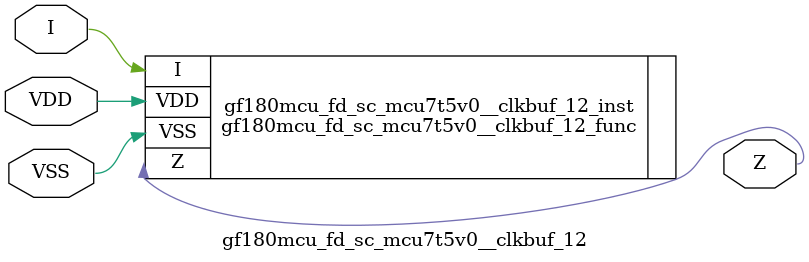
<source format=v>

module gf180mcu_fd_sc_mcu7t5v0__clkbuf_12( I, Z, VDD, VSS );
input I;
inout VDD, VSS;
output Z;

   `ifdef FUNCTIONAL  //  functional //

	gf180mcu_fd_sc_mcu7t5v0__clkbuf_12_func gf180mcu_fd_sc_mcu7t5v0__clkbuf_12_behav_inst(.I(I),.Z(Z),.VDD(VDD),.VSS(VSS));

   `else

	gf180mcu_fd_sc_mcu7t5v0__clkbuf_12_func gf180mcu_fd_sc_mcu7t5v0__clkbuf_12_inst(.I(I),.Z(Z),.VDD(VDD),.VSS(VSS));

	// spec_gates_begin


	// spec_gates_end



   specify

	// specify_block_begin

	// comb arc I --> Z
	 (I => Z) = (1.0,1.0);

	// specify_block_end

   endspecify

   `endif

endmodule

</source>
